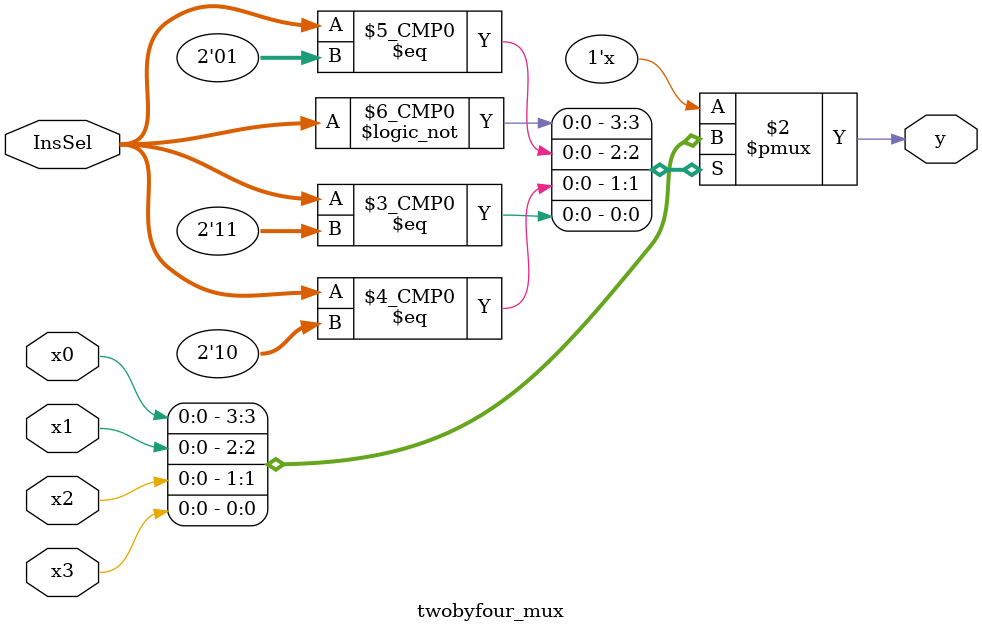
<source format=v>
`timescale 1ns / 1ps

module twobyfour_mux #(parameter SIZE = 1)(

     input [SIZE-1:0] x0,x1,x2,x3,
     input [1:0] InsSel,
     output reg [SIZE-1:0]y
  
    );
    always @(*)
        begin
            case (InsSel)
                    2'b00: y = x0;
                    2'b01: y = x1;
                    2'b10: y = x2;
                    2'b11: y = x3;
            endcase
        end
endmodule
    
</source>
